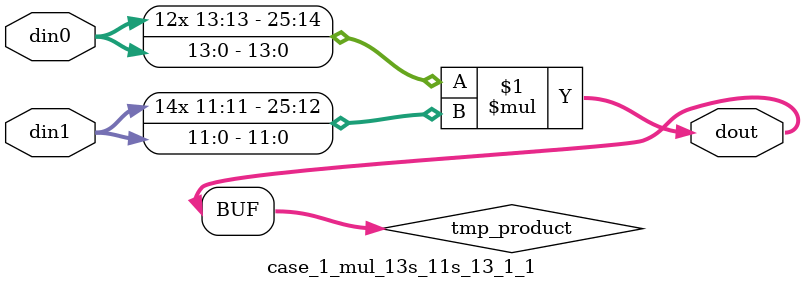
<source format=v>

`timescale 1 ns / 1 ps

 module case_1_mul_13s_11s_13_1_1(din0, din1, dout);
parameter ID = 1;
parameter NUM_STAGE = 0;
parameter din0_WIDTH = 14;
parameter din1_WIDTH = 12;
parameter dout_WIDTH = 26;

input [din0_WIDTH - 1 : 0] din0; 
input [din1_WIDTH - 1 : 0] din1; 
output [dout_WIDTH - 1 : 0] dout;

wire signed [dout_WIDTH - 1 : 0] tmp_product;



























assign tmp_product = $signed(din0) * $signed(din1);








assign dout = tmp_product;





















endmodule

</source>
